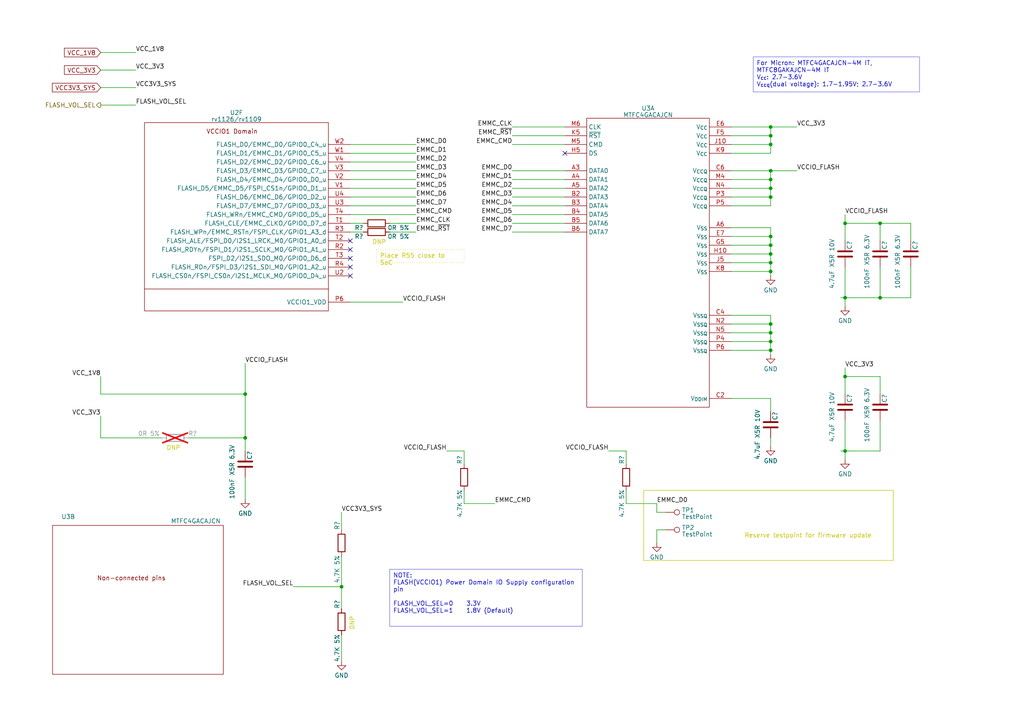
<source format=kicad_sch>
(kicad_sch (version 20230121) (generator eeschema)
  (paper "A4")
  (title_block (title "Leaf RV1126 RK809 eMMC") (date "2023-02-25") (rev "1") (company "Qingdao IotPi Information Technology"))
  (junction (at 223.52 52.07))
  (junction (at 245.11 64.77))
  (junction (at 223.52 68.58))
  (junction (at 99.06 170.18))
  (junction (at 223.52 41.91))
  (junction (at 71.12 127))
  (junction (at 223.52 49.53))
  (junction (at 223.52 57.15))
  (junction (at 223.52 36.83))
  (junction (at 245.11 86.36))
  (junction (at 223.52 99.06))
  (junction (at 223.52 93.98))
  (junction (at 223.52 101.6))
  (junction (at 223.52 54.61))
  (junction (at 245.11 109.22))
  (junction (at 223.52 96.52))
  (junction (at 223.52 71.12))
  (junction (at 223.52 73.66))
  (junction (at 223.52 78.74))
  (junction (at 71.12 114.3))
  (junction (at 223.52 76.2))
  (junction (at 245.11 130.81))
  (junction (at 255.27 86.36))
  (junction (at 223.52 39.37))
  (junction (at 255.27 64.77))
  (no_connect (at 101.6 74.93))
  (no_connect (at 101.6 77.47))
  (no_connect (at 101.6 72.39))
  (no_connect (at 101.6 69.85))
  (no_connect (at 101.6 80.01))
  (no_connect (at 163.83 44.45))
  (wire (pts (xy 134.62 130.81) (xy 134.62 134.62)))
  (wire (pts (xy 181.61 130.81) (xy 181.61 134.62)))
  (wire (pts (xy 163.83 41.91) (xy 148.59 41.91)))
  (wire (pts (xy 29.21 127) (xy 46.99 127)))
  (wire (pts (xy 223.52 91.44) (xy 223.52 93.98)))
  (wire (pts (xy 243.84 86.36) (xy 245.11 86.36)))
  (wire (pts (xy 212.09 59.69) (xy 223.52 59.69)))
  (wire (pts (xy 255.27 77.47) (xy 255.27 86.36)))
  (wire (pts (xy 163.83 36.83) (xy 148.59 36.83)))
  (wire (pts (xy 101.6 49.53) (xy 120.65 49.53)))
  (wire (pts (xy 223.52 68.58) (xy 223.52 71.12)))
  (wire (pts (xy 212.09 57.15) (xy 223.52 57.15)))
  (wire (pts (xy 29.21 109.22) (xy 29.21 114.3)))
  (wire (pts (xy 190.5 146.05) (xy 190.5 148.59)))
  (wire (pts (xy 212.09 93.98) (xy 223.52 93.98)))
  (wire (pts (xy 212.09 66.04) (xy 223.52 66.04)))
  (wire (pts (xy 29.21 30.48) (xy 39.37 30.48)))
  (wire (pts (xy 71.12 105.41) (xy 71.12 114.3)))
  (wire (pts (xy 223.52 115.57) (xy 223.52 119.38)))
  (wire (pts (xy 101.6 46.99) (xy 120.65 46.99)))
  (wire (pts (xy 245.11 109.22) (xy 245.11 114.3)))
  (wire (pts (xy 101.6 57.15) (xy 120.65 57.15)))
  (wire (pts (xy 190.5 148.59) (xy 193.04 148.59)))
  (wire (pts (xy 212.09 78.74) (xy 223.52 78.74)))
  (wire (pts (xy 223.52 73.66) (xy 223.52 76.2)))
  (wire (pts (xy 223.52 76.2) (xy 223.52 78.74)))
  (wire (pts (xy 223.52 57.15) (xy 223.52 54.61)))
  (wire (pts (xy 163.83 59.69) (xy 148.59 59.69)))
  (wire (pts (xy 163.83 64.77) (xy 148.59 64.77)))
  (wire (pts (xy 113.03 64.77) (xy 120.65 64.77)))
  (wire (pts (xy 71.12 138.43) (xy 71.12 144.78)))
  (wire (pts (xy 134.62 142.24) (xy 134.62 146.05)))
  (wire (pts (xy 29.21 15.24) (xy 39.37 15.24)))
  (wire (pts (xy 264.16 69.85) (xy 264.16 64.77)))
  (wire (pts (xy 212.09 54.61) (xy 223.52 54.61)))
  (wire (pts (xy 264.16 86.36) (xy 255.27 86.36)))
  (wire (pts (xy 29.21 120.65) (xy 29.21 127)))
  (wire (pts (xy 245.11 62.23) (xy 245.11 64.77)))
  (wire (pts (xy 163.83 39.37) (xy 148.59 39.37)))
  (wire (pts (xy 29.21 114.3) (xy 71.12 114.3)))
  (wire (pts (xy 29.21 20.32) (xy 39.37 20.32)))
  (wire (pts (xy 245.11 121.92) (xy 245.11 130.81)))
  (wire (pts (xy 223.52 101.6) (xy 223.52 102.87)))
  (wire (pts (xy 212.09 44.45) (xy 223.52 44.45)))
  (wire (pts (xy 212.09 73.66) (xy 223.52 73.66)))
  (wire (pts (xy 101.6 67.31) (xy 105.41 67.31)))
  (wire (pts (xy 264.16 77.47) (xy 264.16 86.36)))
  (wire (pts (xy 181.61 146.05) (xy 190.5 146.05)))
  (wire (pts (xy 255.27 64.77) (xy 255.27 69.85)))
  (wire (pts (xy 223.52 127) (xy 223.52 129.54)))
  (wire (pts (xy 212.09 71.12) (xy 223.52 71.12)))
  (wire (pts (xy 223.52 99.06) (xy 223.52 101.6)))
  (wire (pts (xy 223.52 36.83) (xy 231.14 36.83)))
  (wire (pts (xy 255.27 121.92) (xy 255.27 130.81)))
  (wire (pts (xy 223.52 54.61) (xy 223.52 52.07)))
  (wire (pts (xy 245.11 77.47) (xy 245.11 86.36)))
  (wire (pts (xy 212.09 49.53) (xy 223.52 49.53)))
  (wire (pts (xy 134.62 146.05) (xy 143.51 146.05)))
  (wire (pts (xy 223.52 49.53) (xy 231.14 49.53)))
  (wire (pts (xy 212.09 41.91) (xy 223.52 41.91)))
  (wire (pts (xy 245.11 86.36) (xy 245.11 88.9)))
  (wire (pts (xy 163.83 49.53) (xy 148.59 49.53)))
  (wire (pts (xy 101.6 52.07) (xy 120.65 52.07)))
  (wire (pts (xy 223.52 52.07) (xy 223.52 49.53)))
  (wire (pts (xy 223.52 96.52) (xy 223.52 99.06)))
  (wire (pts (xy 176.53 130.81) (xy 181.61 130.81)))
  (wire (pts (xy 101.6 87.63) (xy 116.84 87.63)))
  (wire (pts (xy 212.09 52.07) (xy 223.52 52.07)))
  (wire (pts (xy 223.52 59.69) (xy 223.52 57.15)))
  (wire (pts (xy 101.6 41.91) (xy 120.65 41.91)))
  (wire (pts (xy 245.11 64.77) (xy 245.11 69.85)))
  (wire (pts (xy 99.06 184.15) (xy 99.06 191.77)))
  (wire (pts (xy 212.09 76.2) (xy 223.52 76.2)))
  (wire (pts (xy 255.27 109.22) (xy 255.27 114.3)))
  (wire (pts (xy 255.27 109.22) (xy 245.11 109.22)))
  (wire (pts (xy 163.83 57.15) (xy 148.59 57.15)))
  (wire (pts (xy 223.52 41.91) (xy 223.52 39.37)))
  (wire (pts (xy 243.84 130.81) (xy 245.11 130.81)))
  (wire (pts (xy 245.11 86.36) (xy 255.27 86.36)))
  (wire (pts (xy 212.09 91.44) (xy 223.52 91.44)))
  (wire (pts (xy 163.83 54.61) (xy 148.59 54.61)))
  (wire (pts (xy 212.09 68.58) (xy 223.52 68.58)))
  (wire (pts (xy 99.06 148.59) (xy 99.06 153.67)))
  (wire (pts (xy 223.52 66.04) (xy 223.52 68.58)))
  (wire (pts (xy 85.09 170.18) (xy 99.06 170.18)))
  (wire (pts (xy 129.54 130.81) (xy 134.62 130.81)))
  (wire (pts (xy 163.83 52.07) (xy 148.59 52.07)))
  (wire (pts (xy 212.09 39.37) (xy 223.52 39.37)))
  (wire (pts (xy 193.04 153.67) (xy 190.5 153.67)))
  (wire (pts (xy 212.09 101.6) (xy 223.52 101.6)))
  (wire (pts (xy 101.6 54.61) (xy 120.65 54.61)))
  (wire (pts (xy 101.6 44.45) (xy 120.65 44.45)))
  (wire (pts (xy 71.12 114.3) (xy 71.12 127)))
  (wire (pts (xy 264.16 64.77) (xy 255.27 64.77)))
  (wire (pts (xy 101.6 62.23) (xy 120.65 62.23)))
  (wire (pts (xy 99.06 161.29) (xy 99.06 170.18)))
  (wire (pts (xy 223.52 93.98) (xy 223.52 96.52)))
  (wire (pts (xy 54.61 127) (xy 71.12 127)))
  (wire (pts (xy 245.11 130.81) (xy 245.11 133.35)))
  (wire (pts (xy 255.27 64.77) (xy 245.11 64.77)))
  (wire (pts (xy 113.03 67.31) (xy 120.65 67.31)))
  (wire (pts (xy 223.52 44.45) (xy 223.52 41.91)))
  (wire (pts (xy 223.52 71.12) (xy 223.52 73.66)))
  (wire (pts (xy 163.83 62.23) (xy 148.59 62.23)))
  (wire (pts (xy 245.11 106.68) (xy 245.11 109.22)))
  (wire (pts (xy 212.09 96.52) (xy 223.52 96.52)))
  (wire (pts (xy 181.61 142.24) (xy 181.61 146.05)))
  (wire (pts (xy 101.6 59.69) (xy 120.65 59.69)))
  (wire (pts (xy 190.5 153.67) (xy 190.5 157.48)))
  (wire (pts (xy 101.6 64.77) (xy 105.41 64.77)))
  (wire (pts (xy 163.83 67.31) (xy 148.59 67.31)))
  (wire (pts (xy 212.09 115.57) (xy 223.52 115.57)))
  (wire (pts (xy 245.11 130.81) (xy 255.27 130.81)))
  (wire (pts (xy 99.06 170.18) (xy 99.06 176.53)))
  (wire (pts (xy 212.09 36.83) (xy 223.52 36.83)))
  (wire (pts (xy 71.12 127) (xy 71.12 130.81)))
  (wire (pts (xy 212.09 99.06) (xy 223.52 99.06)))
  (wire (pts (xy 223.52 39.37) (xy 223.52 36.83)))
  (wire (pts (xy 29.21 25.4) (xy 39.37 25.4)))
  (wire (pts (xy 223.52 78.74) (xy 223.52 80.01)))
  (rectangle (start 102.87 63.5) (end 115.57 66.04) (stroke (width 0) (type dot) (color 194 194 0 1)))
  (rectangle (start 186.69 142.24) (end 259.08 162.56) (stroke (width 0) (color 194 194 0 1)))
  (text_box "NOTE:\nFLASH(VCCIO1) Power Domain IO Supply configuration pin\n\nFLASH_VOL_SEL=0    3.3V\nFLASH_VOL_SEL=1    1.8V (Default)" (at 113.03 165.1 0) (size 55.88 16.51) (stroke (width 0.0508)) (effects (font (size 1.27 1.27)) (justify left top)))
  (text_box "Place R55 close to SoC" (at 109.22 72.39 0) (size 25.4 3.81) (stroke (width 0) (type dot) (color 194 194 0 1)) (effects (font (size 1.27 1.27)) (justify left top)))
  (text_box "For Micron: MTFC4GACAJCN-4M IT, MTFC8GAKAJCN-4M IT\nV_{cc}: 2.7-3.6V\nV_{ccq}(dual voltage): 1.7-1.95V; 2.7-3.6V" (at 218.44 16.51 0) (size 48.26 10.16) (stroke (width 0.0508)) (effects (font (size 1.27 1.27)) (justify left top)))
  (text "DNP" (at 107.95 71.12 0) (effects (font (size 1.27 1.27)) (justify left bottom)))
  (text "DNP" (at 102.87 182.88 90) (effects (font (size 1.27 1.27)) (justify left bottom)))
  (text "DNP" (at 48.26 130.81 0) (effects (font (size 1.27 1.27)) (justify left bottom)))
  (text "Reserve testpoint for firmware update" (at 215.9 156.21 0) (effects (font (size 1.27 1.27)) (justify left bottom)))
  (label "EMMC_D1" (at 148.59 52.07 180))
  (label "VCCIO_FLASH" (at 116.84 87.63 0))
  (label "EMMC_CMD" (at 120.65 62.23 0))
  (label "VCC_3V3" (at 29.21 120.65 180))
  (label "EMMC_D1" (at 120.65 44.45 0))
  (label "VCC_1V8" (at 29.21 109.22 180))
  (label "EMMC_D2" (at 148.59 54.61 180))
  (label "FLASH_VOL_SEL" (at 39.37 30.48 0))
  (label "EMMC_CLK" (at 148.59 36.83 180))
  (label "VCCIO_FLASH" (at 245.11 62.23 0))
  (label "EMMC_~{RST}" (at 148.59 39.37 180))
  (label "EMMC_CMD" (at 148.59 41.91 180))
  (label "EMMC_~{RST}" (at 120.65 67.31 0))
  (label "EMMC_D5" (at 120.65 54.61 0))
  (label "EMMC_D4" (at 120.65 52.07 0))
  (label "EMMC_D7" (at 148.59 67.31 180))
  (label "EMMC_CMD" (at 143.51 146.05 0))
  (label "EMMC_D3" (at 120.65 49.53 0))
  (label "EMMC_D6" (at 120.65 57.15 0))
  (label "EMMC_D3" (at 148.59 57.15 180))
  (label "EMMC_D6" (at 148.59 64.77 180))
  (label "EMMC_D2" (at 120.65 46.99 0))
  (label "EMMC_D5" (at 148.59 62.23 180))
  (label "EMMC_D4" (at 148.59 59.69 180))
  (label "FLASH_VOL_SEL" (at 85.09 170.18 180))
  (label "VCC3V3_SYS" (at 99.06 148.59 0))
  (label "VCC_3V3" (at 245.11 106.68 0))
  (label "VCC_3V3" (at 231.14 36.83 0))
  (label "VCC_1V8" (at 39.37 15.24 0))
  (label "EMMC_CLK" (at 120.65 64.77 0))
  (label "EMMC_D0" (at 190.5 146.05 0))
  (label "EMMC_D0" (at 120.65 41.91 0))
  (label "VCCIO_FLASH" (at 129.54 130.81 180))
  (label "EMMC_D0" (at 148.59 49.53 180))
  (label "VCCIO_FLASH" (at 176.53 130.81 180))
  (label "VCCIO_FLASH" (at 71.12 105.41 0))
  (label "VCCIO_FLASH" (at 231.14 49.53 0))
  (label "EMMC_D7" (at 120.65 59.69 0))
  (label "VCC3V3_SYS" (at 39.37 25.4 0))
  (label "VCC_3V3" (at 39.37 20.32 0))
  (global_label "VCC3V3_SYS" (shape input) (at 29.21 25.4 180) (property "Intersheetrefs" "${INTERSHEET_REFS}" (effects hide)))
  (global_label "VCC_3V3" (shape input) (at 29.21 20.32 180) (property "Intersheetrefs" "${INTERSHEET_REFS}" (effects hide)))
  (global_label "VCC_1V8" (shape input) (at 29.21 15.24 180) (property "Intersheetrefs" "${INTERSHEET_REFS}" (effects hide)))
  (hierarchical_label "FLASH_VOL_SEL" (shape output) (at 29.21 30.48 180))
  (symbol (lib_id "Device:R") (at 99.06 157.48 180) (unit 1)
    (property "Reference" "R?" (at 97.79 152.4 90))
    (property "Value" "4.7K 5%" (at 97.79 165.1 90))
    (property "Footprint" "Resistor_SMD:R_0402_1005Metric" (effects hide))
    (property "Description" "电阻类型: 厚膜电阻 阻值: 4.7kΩ 精度: ±5% 功率: 1/16W 温度系数: ±100ppm/℃ 最大工作电压: 50V 工作温" (effects hide))
    (property "LCSC" "C25940" (effects hide))
    (property "Model" "0402WGJ0472TCE" (effects hide))
    (property "Vendor" "UNI-ROYAL(厚声)" (effects hide))
    (instances (project "leaf" (path "" (reference "R?") (unit 1)) (path "" (reference "R?") (unit 1)) (path "" (reference "R18") (unit 1))))
  )
  (symbol (lib_id "power:GND") (at 223.52 102.87 0) (unit 1)
    (property "Reference" "#PWR022" (effects hide))
    (property "Value" "GND" (at 223.52 107.0055 0))
  )
  (symbol (lib_id "Device:C") (at 245.11 73.66 0) (unit 1)
    (property "Reference" "C?" (at 246.38 72.39 90) (effects (justify left)))
    (property "Value" "4.7uF X5R 10V" (at 241.3 83.82 90) (effects (justify left)))
    (property "Footprint" "Capacitor_SMD:C_0402_1005Metric" (effects hide))
    (property "LCSC" "C77004" (effects hide))
    (property "Description" "容值: 4.7uF 精度: ±10% 额定电压: 10V 材质(温度系数): X5R 材质:X5R" (effects hide))
    (property "Model" "GRM155R61A475KEAAD" (effects hide))
    (property "Vendor" "muRata(村田) " (effects hide))
    (instances (project "leaf" (path "" (reference "C?") (unit 1)) (path "" (reference "C?") (unit 1)) (path "" (reference "C?") (unit 1)) (path "" (reference "C?") (unit 1)) (path "" (reference "C17") (unit 1))))
  )
  (symbol (lib_id "power:GND") (at 245.11 133.35 0) (unit 1)
    (property "Reference" "#PWR024" (effects hide))
    (property "Value" "GND" (at 245.11 137.4855 0))
  )
  (symbol (lib_id "Connector:TestPoint") (at 193.04 153.67 270) (unit 1)
    (property "Reference" "TP2" (at 197.739 153.0263 90) (effects (justify left)))
    (property "Value" "TestPoint" (at 197.739 154.9473 90) (effects (justify left)))
    (property "Footprint" "TestPoint:TestPoint_Pad_D1.0mm" (effects hide))
  )
  (symbol (lib_id "Device:R") (at 109.22 67.31 270) (unit 1)
    (property "Reference" "R?" (at 104.14 68.58 90))
    (property "Value" "0R 5%" (at 115.57 68.58 90))
    (property "Footprint" "Resistor_SMD:R_0402_1005Metric" (effects hide))
    (property "Description" "电阻类型: 厚膜电阻 阻值: 0Ω 精度: ±1% 功率: 1/16W 温度系数: ±800ppm/℃ 最大工作电压: 50V 工作" (effects hide))
    (property "LCSC" "C17168" (effects hide))
    (property "Model" "0402WGF0000TCE" (effects hide))
    (property "Vendor" "UNI-ROYAL(厚声)" (effects hide))
    (instances (project "leaf" (path "" (reference "R?") (unit 1)) (path "" (reference "R?") (unit 1)) (path "" (reference "R14") (unit 1))))
  )
  (symbol (lib_id "Memory_eMMC:MTFC4GACAJCN") (at 38.1 171.45 0) (unit 2)
    (property "Reference" "U3" (at 17.78 149.86 0) (effects (justify left)))
    (property "Value" "MTFC4GACAJCN" (at 49.53 151.13 0) (effects (justify left)))
    (property "Footprint" "Memory_micron:Micron_eMMC_FBGA-153_11.5x13.0mm" (effects hide))
  )
  (symbol (lib_id "power:GND") (at 190.5 157.48 0) (unit 1)
    (property "Reference" "#PWR026" (effects hide))
    (property "Value" "GND" (at 190.5 161.6155 0))
  )
  (symbol (lib_id "power:GND") (at 245.11 88.9 0) (unit 1)
    (property "Reference" "#PWR021" (effects hide))
    (property "Value" "GND" (at 245.11 93.0355 0))
  )
  (symbol (lib_id "Device:R") (at 50.8 127 90) (unit 1) (in_bom no) (on_board no) (dnp yes)
    (property "Reference" "R?" (at 55.88 125.73 90))
    (property "Value" "0R 5%" (at 43.18 125.73 90))
    (property "Footprint" "Resistor_SMD:R_0402_1005Metric" (effects hide))
    (property "Description" "电阻类型: 厚膜电阻 阻值: 0Ω 精度: ±1% 功率: 1/16W 温度系数: ±800ppm/℃ 最大工作电压: 50V 工作" (effects hide))
    (property "LCSC" "C17168" (effects hide))
    (property "Model" "0402WGF0000TCE" (effects hide))
    (property "Vendor" "UNI-ROYAL(厚声)" (effects hide))
    (instances (project "leaf" (path "" (reference "R?") (unit 1)) (path "" (reference "R?") (unit 1)) (path "" (reference "R15") (unit 1))))
  )
  (symbol (lib_id "power:GND") (at 99.06 191.77 0) (unit 1)
    (property "Reference" "#PWR027" (effects hide))
    (property "Value" "GND" (at 99.06 195.9055 0))
  )
  (symbol (lib_id "Device:R") (at 109.22 64.77 270) (unit 1)
    (property "Reference" "R?" (at 104.14 66.04 90))
    (property "Value" "0R 5%" (at 115.57 66.04 90))
    (property "Footprint" "Resistor_SMD:R_0402_1005Metric" (effects hide))
    (property "Description" "电阻类型: 厚膜电阻 阻值: 0Ω 精度: ±1% 功率: 1/16W 温度系数: ±800ppm/℃ 最大工作电压: 50V 工作" (effects hide))
    (property "LCSC" "C17168" (effects hide))
    (property "Model" "0402WGF0000TCE" (effects hide))
    (property "Vendor" "UNI-ROYAL(厚声)" (effects hide))
    (instances (project "leaf" (path "" (reference "R?") (unit 1)) (path "" (reference "R?") (unit 1)) (path "" (reference "R13") (unit 1))))
  )
  (symbol (lib_id "Memory_eMMC:MTFC4GACAJCN") (at 187.96 53.34 0) (unit 1)
    (property "Reference" "U3" (at 187.96 31.4071 0))
    (property "Value" "MTFC4GACAJCN" (at 187.96 33.3281 0))
    (property "Footprint" "Memory_micron:Micron_eMMC_FBGA-153_11.5x13.0mm" (effects hide))
  )
  (symbol (lib_id "Device:C") (at 255.27 73.66 0) (unit 1)
    (property "Reference" "C?" (at 256.54 72.39 90) (effects (justify left)))
    (property "Value" "100nF X5R 6.3V" (at 251.46 83.82 90) (effects (justify left)))
    (property "Footprint" "Capacitor_SMD:C_0201_0603Metric" (effects hide))
    (property "Description" "容值: 100nF 精度: ±10% 额定电压: 6.3V 材质(温度系数): X5R 材质:X5R" (effects hide))
    (property "Model" "GRM033R60J104KE19D" (effects hide))
    (property "Vendor" "muRata(村田)" (effects hide))
    (property "LCSC" "C76928" (effects hide))
    (instances (project "leaf" (path "" (reference "C?") (unit 1)) (path "" (reference "C?") (unit 1)) (path "" (reference "C?") (unit 1)) (path "" (reference "C?") (unit 1)) (path "" (reference "C18") (unit 1))))
  )
  (symbol (lib_id "power:GND") (at 223.52 80.01 0) (unit 1)
    (property "Reference" "#PWR020" (effects hide))
    (property "Value" "GND" (at 223.52 84.1455 0))
  )
  (symbol (lib_id "Device:R") (at 99.06 180.34 180) (unit 1)
    (property "Reference" "R?" (at 97.79 175.26 90))
    (property "Value" "4.7K 5%" (at 97.79 187.96 90))
    (property "Footprint" "Resistor_SMD:R_0402_1005Metric" (effects hide))
    (property "Description" "电阻类型: 厚膜电阻 阻值: 4.7kΩ 精度: ±5% 功率: 1/16W 温度系数: ±100ppm/℃ 最大工作电压: 50V 工作温" (effects hide))
    (property "LCSC" "C25940" (effects hide))
    (property "Model" "0402WGJ0472TCE" (effects hide))
    (property "Vendor" "UNI-ROYAL(厚声)" (effects hide))
    (instances (project "leaf" (path "" (reference "R?") (unit 1)) (path "" (reference "R?") (unit 1)) (path "" (reference "R19") (unit 1))))
  )
  (symbol (lib_id "Device:R") (at 181.61 138.43 180) (unit 1)
    (property "Reference" "R?" (at 180.34 133.35 90))
    (property "Value" "4.7K 5%" (at 180.34 146.05 90))
    (property "Footprint" "Resistor_SMD:R_0402_1005Metric" (effects hide))
    (property "Description" "电阻类型: 厚膜电阻 阻值: 4.7kΩ 精度: ±5% 功率: 1/16W 温度系数: ±100ppm/℃ 最大工作电压: 50V 工作温" (effects hide))
    (property "LCSC" "C25940" (effects hide))
    (property "Model" "0402WGJ0472TCE" (effects hide))
    (property "Vendor" "UNI-ROYAL(厚声)" (effects hide))
    (instances (project "leaf" (path "" (reference "R?") (unit 1)) (path "" (reference "R?") (unit 1)) (path "" (reference "R17") (unit 1))))
  )
  (symbol (lib_id "Device:C") (at 264.16 73.66 0) (unit 1)
    (property "Reference" "C?" (at 265.43 72.39 90) (effects (justify left)))
    (property "Value" "100nF X5R 6.3V" (at 260.35 83.82 90) (effects (justify left)))
    (property "Footprint" "Capacitor_SMD:C_0201_0603Metric" (effects hide))
    (property "Description" "容值: 100nF 精度: ±10% 额定电压: 6.3V 材质(温度系数): X5R 材质:X5R" (effects hide))
    (property "Model" "GRM033R60J104KE19D" (effects hide))
    (property "Vendor" "muRata(村田)" (effects hide))
    (property "LCSC" "C76928" (effects hide))
    (instances (project "leaf" (path "" (reference "C?") (unit 1)) (path "" (reference "C?") (unit 1)) (path "" (reference "C?") (unit 1)) (path "" (reference "C?") (unit 1)) (path "" (reference "C19") (unit 1))))
  )
  (symbol (lib_id "Device:C") (at 71.12 134.62 0) (unit 1)
    (property "Reference" "C?" (at 72.39 133.35 90) (effects (justify left)))
    (property "Value" "100nF X5R 6.3V" (at 67.31 144.78 90) (effects (justify left)))
    (property "Footprint" "Capacitor_SMD:C_0201_0603Metric" (effects hide))
    (property "Description" "容值: 100nF 精度: ±10% 额定电压: 6.3V 材质(温度系数): X5R 材质:X5R" (effects hide))
    (property "LCSC" "C76928" (effects hide))
    (property "Model" "GRM033R60J104KE19D" (effects hide))
    (property "Vendor" "muRata(村田)" (effects hide))
    (instances (project "leaf" (path "" (reference "C?") (unit 1)) (path "" (reference "C?") (unit 1)) (path "" (reference "C?") (unit 1)) (path "" (reference "C?") (unit 1)) (path "" (reference "C23") (unit 1))))
  )
  (symbol (lib_id "Connector:TestPoint") (at 193.04 148.59 270) (unit 1)
    (property "Reference" "TP1" (at 197.739 147.9463 90) (effects (justify left)))
    (property "Value" "TestPoint" (at 197.739 149.8673 90) (effects (justify left)))
    (property "Footprint" "TestPoint:TestPoint_Pad_D1.0mm" (effects hide))
  )
  (symbol (lib_id "Device:R") (at 134.62 138.43 180) (unit 1)
    (property "Reference" "R?" (at 133.35 133.35 90))
    (property "Value" "4.7K 5%" (at 133.35 146.05 90))
    (property "Footprint" "Resistor_SMD:R_0402_1005Metric" (effects hide))
    (property "Description" "电阻类型: 厚膜电阻 阻值: 4.7kΩ 精度: ±5% 功率: 1/16W 温度系数: ±100ppm/℃ 最大工作电压: 50V 工作温" (effects hide))
    (property "LCSC" "C25940" (effects hide))
    (property "Model" "0402WGJ0472TCE" (effects hide))
    (property "Vendor" "UNI-ROYAL(厚声)" (effects hide))
    (instances (project "leaf" (path "" (reference "R?") (unit 1)) (path "" (reference "R?") (unit 1)) (path "" (reference "R16") (unit 1))))
  )
  (symbol (lib_id "CPU_Rockchip:rv1126_rv1109") (at 68.58 59.69 0) (unit 6)
    (property "Reference" "U2" (at 68.58 32.6771 0))
    (property "Value" "rv1126/rv1109" (at 68.58 34.5981 0))
    (property "Footprint" "Rockchip_SoC:Rockchip_RV1126_FCCSP409LD_14.0x14.0mm" (effects hide))
  )
  (symbol (lib_id "Device:C") (at 245.11 118.11 0) (unit 1)
    (property "Reference" "C?" (at 246.38 116.84 90) (effects (justify left)))
    (property "Value" "4.7uF X5R 10V" (at 241.3 128.27 90) (effects (justify left)))
    (property "Footprint" "Capacitor_SMD:C_0402_1005Metric" (effects hide))
    (property "Description" "容值: 4.7uF 精度: ±10% 额定电压: 10V 材质(温度系数): X5R 材质:X5R" (effects hide))
    (property "LCSC" "C77004" (effects hide))
    (property "Model" "GRM155R61A475KEAAD" (effects hide))
    (property "Vendor" "muRata(村田) " (effects hide))
    (instances (project "leaf" (path "" (reference "C?") (unit 1)) (path "" (reference "C?") (unit 1)) (path "" (reference "C?") (unit 1)) (path "" (reference "C?") (unit 1)) (path "" (reference "C20") (unit 1))))
  )
  (symbol (lib_id "Device:C") (at 255.27 118.11 0) (unit 1)
    (property "Reference" "C?" (at 256.54 116.84 90) (effects (justify left)))
    (property "Value" "100nF X5R 6.3V" (at 251.46 128.27 90) (effects (justify left)))
    (property "Footprint" "Capacitor_SMD:C_0201_0603Metric" (effects hide))
    (property "Description" "容值: 100nF 精度: ±10% 额定电压: 6.3V 材质(温度系数): X5R 材质:X5R" (effects hide))
    (property "Model" "GRM033R60J104KE19D" (effects hide))
    (property "Vendor" "muRata(村田)" (effects hide))
    (property "LCSC" "C76928" (effects hide))
    (instances (project "leaf" (path "" (reference "C?") (unit 1)) (path "" (reference "C?") (unit 1)) (path "" (reference "C?") (unit 1)) (path "" (reference "C?") (unit 1)) (path "" (reference "C21") (unit 1))))
  )
  (symbol (lib_id "power:GND") (at 223.52 129.54 0) (unit 1)
    (property "Reference" "#PWR023" (effects hide))
    (property "Value" "GND" (at 223.52 133.6755 0))
  )
  (symbol (lib_id "power:GND") (at 71.12 144.78 0) (unit 1)
    (property "Reference" "#PWR025" (effects hide))
    (property "Value" "GND" (at 71.12 148.9155 0))
  )
  (symbol (lib_id "Device:C") (at 223.52 123.19 0) (unit 1)
    (property "Reference" "C?" (at 224.79 121.92 90) (effects (justify left)))
    (property "Value" "4.7uF X5R 10V" (at 219.71 133.35 90) (effects (justify left)))
    (property "Footprint" "Capacitor_SMD:C_0402_1005Metric" (effects hide))
    (property "Description" "容值: 4.7uF 精度: ±10% 额定电压: 10V 材质(温度系数): X5R 材质:X5R" (effects hide))
    (property "LCSC" "C77004" (effects hide))
    (property "Model" "GRM155R61A475KEAAD" (effects hide))
    (property "Vendor" "muRata(村田) " (effects hide))
    (instances (project "leaf" (path "" (reference "C?") (unit 1)) (path "" (reference "C?") (unit 1)) (path "" (reference "C?") (unit 1)) (path "" (reference "C?") (unit 1)) (path "" (reference "C22") (unit 1))))
  )
)
</source>
